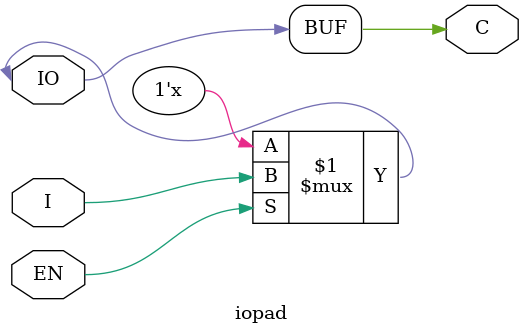
<source format=sv>
module iopad(
    input I, EN,
    output C,
    inout IO
);

    assign C = IO;
    assign IO = EN ? I : 1'bz;

endmodule
</source>
